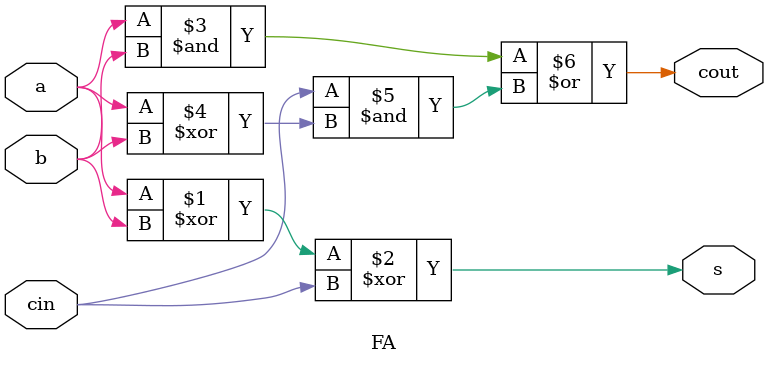
<source format=v>
module FA(a,b,cin,cout,s);
    input a,b,cin;
    output cout,s;
    
    assign s = a ^ b ^ cin;
	assign cout = a & b | cin & (a ^ b);
endmodule
</source>
